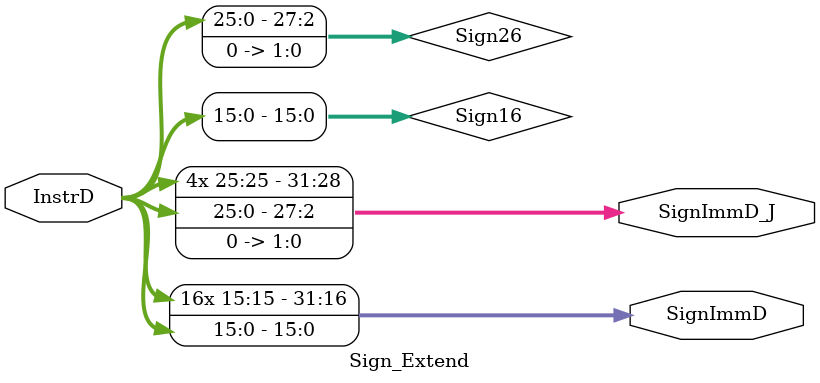
<source format=v>
module Sign_Extend(InstrD,SignImmD,SignImmD_J);

input [31:0] InstrD;
output wire [31:0] SignImmD,SignImmD_J;

wire [15:0] Sign16;
wire [27:0] Sign26;

assign Sign16 = InstrD[15:0];
assign Sign26 = InstrD[27:0]<<2;

assign SignImmD = {{16{Sign16[15]}},Sign16};
assign SignImmD_J = {{4{Sign26[27]}},Sign26};

endmodule

</source>
